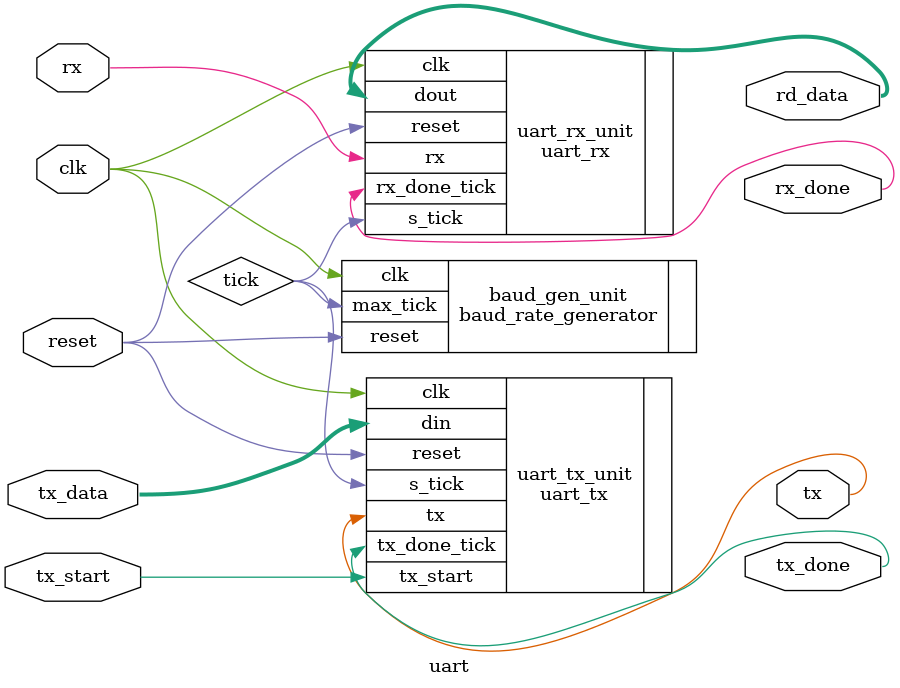
<source format=v>
`timescale 1ns / 1ps
module uart 
    #(  // Default setting: 
        // 19,200 baud, 8 data bits , I stop bit, 2'2 FIFO 
        parameter   DBIT = 8,       // # data bits 
                    SB_TICK = 16,   // # ticks for stop bits , 
                                    // 16/24/32 for 1/1.5/2 bits 
                    DVSR = 326,     // baud rate divisor 
                                    // DVSR = 50M/(16* baud rate) Corregido a 100M
                    DVSR_BIT = 9,   // # bits of DVSR 
                    FIFO_W = 2      // # addr bits of FIFO 
                                    // # words in FIFO=2"FIFO_W 
    )
    ( 
    input wire clk, reset, rx, tx_start, 
    input wire [7:0] tx_data, 
    output wire tx_done, rx_done, tx, 
    output wire [7:0] rd_data
    ); 

    // signal declaration 
    wire tick;
    
    //body 
    baud_rate_generator #(.M(DVSR), .N(DVSR_BIT)) baud_gen_unit 
        (. clk(clk) , .reset (reset), .max_tick(tick));

    uart_rx #(.DBIT(DBIT) , .SB_TICK(SB_TICK)) uart_rx_unit 
        (.clk(clk), .reset (reset), .rx(rx), .s_tick(tick), 
        .rx_done_tick(rx_done), .dout(rd_data)); 

    uart_tx #(.DBIT(DBIT) , .SB_TICK(SB_TICK)) uart_tx_unit
        (.clk(clk), .reset(reset), .tx_start(tx_start),
        .s_tick(tick), .din(tx_data),
        .tx_done_tick(tx_done), .tx(tx));
    
endmodule
</source>
